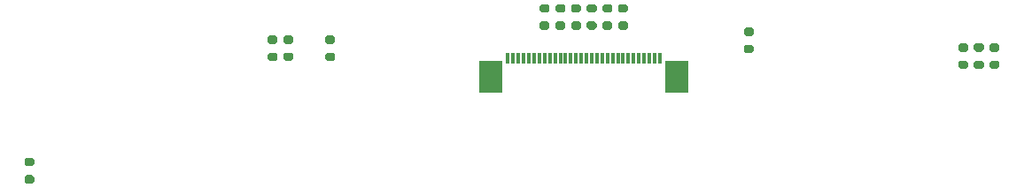
<source format=gbr>
%TF.GenerationSoftware,KiCad,Pcbnew,(5.1.7)-1*%
%TF.CreationDate,2021-05-03T22:05:59+02:00*%
%TF.ProjectId,KaszmirSensors,4b61737a-6d69-4725-9365-6e736f72732e,rev?*%
%TF.SameCoordinates,Original*%
%TF.FileFunction,Soldermask,Top*%
%TF.FilePolarity,Negative*%
%FSLAX46Y46*%
G04 Gerber Fmt 4.6, Leading zero omitted, Abs format (unit mm)*
G04 Created by KiCad (PCBNEW (5.1.7)-1) date 2021-05-03 22:05:59*
%MOMM*%
%LPD*%
G01*
G04 APERTURE LIST*
%ADD10R,0.300000X1.100000*%
%ADD11R,2.300000X3.100000*%
G04 APERTURE END LIST*
%TO.C,R15*%
G36*
G01*
X109775000Y-94075000D02*
X109225000Y-94075000D01*
G75*
G02*
X109025000Y-93875000I0J200000D01*
G01*
X109025000Y-93475000D01*
G75*
G02*
X109225000Y-93275000I200000J0D01*
G01*
X109775000Y-93275000D01*
G75*
G02*
X109975000Y-93475000I0J-200000D01*
G01*
X109975000Y-93875000D01*
G75*
G02*
X109775000Y-94075000I-200000J0D01*
G01*
G37*
G36*
G01*
X109775000Y-95725000D02*
X109225000Y-95725000D01*
G75*
G02*
X109025000Y-95525000I0J200000D01*
G01*
X109025000Y-95125000D01*
G75*
G02*
X109225000Y-94925000I200000J0D01*
G01*
X109775000Y-94925000D01*
G75*
G02*
X109975000Y-95125000I0J-200000D01*
G01*
X109975000Y-95525000D01*
G75*
G02*
X109775000Y-95725000I-200000J0D01*
G01*
G37*
%TD*%
%TO.C,R14*%
G36*
G01*
X111275000Y-94075000D02*
X110725000Y-94075000D01*
G75*
G02*
X110525000Y-93875000I0J200000D01*
G01*
X110525000Y-93475000D01*
G75*
G02*
X110725000Y-93275000I200000J0D01*
G01*
X111275000Y-93275000D01*
G75*
G02*
X111475000Y-93475000I0J-200000D01*
G01*
X111475000Y-93875000D01*
G75*
G02*
X111275000Y-94075000I-200000J0D01*
G01*
G37*
G36*
G01*
X111275000Y-95725000D02*
X110725000Y-95725000D01*
G75*
G02*
X110525000Y-95525000I0J200000D01*
G01*
X110525000Y-95125000D01*
G75*
G02*
X110725000Y-94925000I200000J0D01*
G01*
X111275000Y-94925000D01*
G75*
G02*
X111475000Y-95125000I0J-200000D01*
G01*
X111475000Y-95525000D01*
G75*
G02*
X111275000Y-95725000I-200000J0D01*
G01*
G37*
%TD*%
%TO.C,R13*%
G36*
G01*
X135225000Y-91925000D02*
X135775000Y-91925000D01*
G75*
G02*
X135975000Y-92125000I0J-200000D01*
G01*
X135975000Y-92525000D01*
G75*
G02*
X135775000Y-92725000I-200000J0D01*
G01*
X135225000Y-92725000D01*
G75*
G02*
X135025000Y-92525000I0J200000D01*
G01*
X135025000Y-92125000D01*
G75*
G02*
X135225000Y-91925000I200000J0D01*
G01*
G37*
G36*
G01*
X135225000Y-90275000D02*
X135775000Y-90275000D01*
G75*
G02*
X135975000Y-90475000I0J-200000D01*
G01*
X135975000Y-90875000D01*
G75*
G02*
X135775000Y-91075000I-200000J0D01*
G01*
X135225000Y-91075000D01*
G75*
G02*
X135025000Y-90875000I0J200000D01*
G01*
X135025000Y-90475000D01*
G75*
G02*
X135225000Y-90275000I200000J0D01*
G01*
G37*
%TD*%
%TO.C,R12*%
G36*
G01*
X136725000Y-91925000D02*
X137275000Y-91925000D01*
G75*
G02*
X137475000Y-92125000I0J-200000D01*
G01*
X137475000Y-92525000D01*
G75*
G02*
X137275000Y-92725000I-200000J0D01*
G01*
X136725000Y-92725000D01*
G75*
G02*
X136525000Y-92525000I0J200000D01*
G01*
X136525000Y-92125000D01*
G75*
G02*
X136725000Y-91925000I200000J0D01*
G01*
G37*
G36*
G01*
X136725000Y-90275000D02*
X137275000Y-90275000D01*
G75*
G02*
X137475000Y-90475000I0J-200000D01*
G01*
X137475000Y-90875000D01*
G75*
G02*
X137275000Y-91075000I-200000J0D01*
G01*
X136725000Y-91075000D01*
G75*
G02*
X136525000Y-90875000I0J200000D01*
G01*
X136525000Y-90475000D01*
G75*
G02*
X136725000Y-90275000I200000J0D01*
G01*
G37*
%TD*%
%TO.C,R11*%
G36*
G01*
X138225000Y-91925000D02*
X138775000Y-91925000D01*
G75*
G02*
X138975000Y-92125000I0J-200000D01*
G01*
X138975000Y-92525000D01*
G75*
G02*
X138775000Y-92725000I-200000J0D01*
G01*
X138225000Y-92725000D01*
G75*
G02*
X138025000Y-92525000I0J200000D01*
G01*
X138025000Y-92125000D01*
G75*
G02*
X138225000Y-91925000I200000J0D01*
G01*
G37*
G36*
G01*
X138225000Y-90275000D02*
X138775000Y-90275000D01*
G75*
G02*
X138975000Y-90475000I0J-200000D01*
G01*
X138975000Y-90875000D01*
G75*
G02*
X138775000Y-91075000I-200000J0D01*
G01*
X138225000Y-91075000D01*
G75*
G02*
X138025000Y-90875000I0J200000D01*
G01*
X138025000Y-90475000D01*
G75*
G02*
X138225000Y-90275000I200000J0D01*
G01*
G37*
%TD*%
%TO.C,R10*%
G36*
G01*
X139725000Y-91925000D02*
X140275000Y-91925000D01*
G75*
G02*
X140475000Y-92125000I0J-200000D01*
G01*
X140475000Y-92525000D01*
G75*
G02*
X140275000Y-92725000I-200000J0D01*
G01*
X139725000Y-92725000D01*
G75*
G02*
X139525000Y-92525000I0J200000D01*
G01*
X139525000Y-92125000D01*
G75*
G02*
X139725000Y-91925000I200000J0D01*
G01*
G37*
G36*
G01*
X139725000Y-90275000D02*
X140275000Y-90275000D01*
G75*
G02*
X140475000Y-90475000I0J-200000D01*
G01*
X140475000Y-90875000D01*
G75*
G02*
X140275000Y-91075000I-200000J0D01*
G01*
X139725000Y-91075000D01*
G75*
G02*
X139525000Y-90875000I0J200000D01*
G01*
X139525000Y-90475000D01*
G75*
G02*
X139725000Y-90275000I200000J0D01*
G01*
G37*
%TD*%
%TO.C,R9*%
G36*
G01*
X141225000Y-91925000D02*
X141775000Y-91925000D01*
G75*
G02*
X141975000Y-92125000I0J-200000D01*
G01*
X141975000Y-92525000D01*
G75*
G02*
X141775000Y-92725000I-200000J0D01*
G01*
X141225000Y-92725000D01*
G75*
G02*
X141025000Y-92525000I0J200000D01*
G01*
X141025000Y-92125000D01*
G75*
G02*
X141225000Y-91925000I200000J0D01*
G01*
G37*
G36*
G01*
X141225000Y-90275000D02*
X141775000Y-90275000D01*
G75*
G02*
X141975000Y-90475000I0J-200000D01*
G01*
X141975000Y-90875000D01*
G75*
G02*
X141775000Y-91075000I-200000J0D01*
G01*
X141225000Y-91075000D01*
G75*
G02*
X141025000Y-90875000I0J200000D01*
G01*
X141025000Y-90475000D01*
G75*
G02*
X141225000Y-90275000I200000J0D01*
G01*
G37*
%TD*%
%TO.C,R8*%
G36*
G01*
X142725000Y-91925000D02*
X143275000Y-91925000D01*
G75*
G02*
X143475000Y-92125000I0J-200000D01*
G01*
X143475000Y-92525000D01*
G75*
G02*
X143275000Y-92725000I-200000J0D01*
G01*
X142725000Y-92725000D01*
G75*
G02*
X142525000Y-92525000I0J200000D01*
G01*
X142525000Y-92125000D01*
G75*
G02*
X142725000Y-91925000I200000J0D01*
G01*
G37*
G36*
G01*
X142725000Y-90275000D02*
X143275000Y-90275000D01*
G75*
G02*
X143475000Y-90475000I0J-200000D01*
G01*
X143475000Y-90875000D01*
G75*
G02*
X143275000Y-91075000I-200000J0D01*
G01*
X142725000Y-91075000D01*
G75*
G02*
X142525000Y-90875000I0J200000D01*
G01*
X142525000Y-90475000D01*
G75*
G02*
X142725000Y-90275000I200000J0D01*
G01*
G37*
%TD*%
%TO.C,R7*%
G36*
G01*
X175775000Y-94825000D02*
X175225000Y-94825000D01*
G75*
G02*
X175025000Y-94625000I0J200000D01*
G01*
X175025000Y-94225000D01*
G75*
G02*
X175225000Y-94025000I200000J0D01*
G01*
X175775000Y-94025000D01*
G75*
G02*
X175975000Y-94225000I0J-200000D01*
G01*
X175975000Y-94625000D01*
G75*
G02*
X175775000Y-94825000I-200000J0D01*
G01*
G37*
G36*
G01*
X175775000Y-96475000D02*
X175225000Y-96475000D01*
G75*
G02*
X175025000Y-96275000I0J200000D01*
G01*
X175025000Y-95875000D01*
G75*
G02*
X175225000Y-95675000I200000J0D01*
G01*
X175775000Y-95675000D01*
G75*
G02*
X175975000Y-95875000I0J-200000D01*
G01*
X175975000Y-96275000D01*
G75*
G02*
X175775000Y-96475000I-200000J0D01*
G01*
G37*
%TD*%
%TO.C,R6*%
G36*
G01*
X178775000Y-94825000D02*
X178225000Y-94825000D01*
G75*
G02*
X178025000Y-94625000I0J200000D01*
G01*
X178025000Y-94225000D01*
G75*
G02*
X178225000Y-94025000I200000J0D01*
G01*
X178775000Y-94025000D01*
G75*
G02*
X178975000Y-94225000I0J-200000D01*
G01*
X178975000Y-94625000D01*
G75*
G02*
X178775000Y-94825000I-200000J0D01*
G01*
G37*
G36*
G01*
X178775000Y-96475000D02*
X178225000Y-96475000D01*
G75*
G02*
X178025000Y-96275000I0J200000D01*
G01*
X178025000Y-95875000D01*
G75*
G02*
X178225000Y-95675000I200000J0D01*
G01*
X178775000Y-95675000D01*
G75*
G02*
X178975000Y-95875000I0J-200000D01*
G01*
X178975000Y-96275000D01*
G75*
G02*
X178775000Y-96475000I-200000J0D01*
G01*
G37*
%TD*%
%TO.C,R5*%
G36*
G01*
X85975000Y-106675000D02*
X86525000Y-106675000D01*
G75*
G02*
X86725000Y-106875000I0J-200000D01*
G01*
X86725000Y-107275000D01*
G75*
G02*
X86525000Y-107475000I-200000J0D01*
G01*
X85975000Y-107475000D01*
G75*
G02*
X85775000Y-107275000I0J200000D01*
G01*
X85775000Y-106875000D01*
G75*
G02*
X85975000Y-106675000I200000J0D01*
G01*
G37*
G36*
G01*
X85975000Y-105025000D02*
X86525000Y-105025000D01*
G75*
G02*
X86725000Y-105225000I0J-200000D01*
G01*
X86725000Y-105625000D01*
G75*
G02*
X86525000Y-105825000I-200000J0D01*
G01*
X85975000Y-105825000D01*
G75*
G02*
X85775000Y-105625000I0J200000D01*
G01*
X85775000Y-105225000D01*
G75*
G02*
X85975000Y-105025000I200000J0D01*
G01*
G37*
%TD*%
%TO.C,R4*%
G36*
G01*
X114725000Y-94925000D02*
X115275000Y-94925000D01*
G75*
G02*
X115475000Y-95125000I0J-200000D01*
G01*
X115475000Y-95525000D01*
G75*
G02*
X115275000Y-95725000I-200000J0D01*
G01*
X114725000Y-95725000D01*
G75*
G02*
X114525000Y-95525000I0J200000D01*
G01*
X114525000Y-95125000D01*
G75*
G02*
X114725000Y-94925000I200000J0D01*
G01*
G37*
G36*
G01*
X114725000Y-93275000D02*
X115275000Y-93275000D01*
G75*
G02*
X115475000Y-93475000I0J-200000D01*
G01*
X115475000Y-93875000D01*
G75*
G02*
X115275000Y-94075000I-200000J0D01*
G01*
X114725000Y-94075000D01*
G75*
G02*
X114525000Y-93875000I0J200000D01*
G01*
X114525000Y-93475000D01*
G75*
G02*
X114725000Y-93275000I200000J0D01*
G01*
G37*
%TD*%
%TO.C,R2*%
G36*
G01*
X154725000Y-94175000D02*
X155275000Y-94175000D01*
G75*
G02*
X155475000Y-94375000I0J-200000D01*
G01*
X155475000Y-94775000D01*
G75*
G02*
X155275000Y-94975000I-200000J0D01*
G01*
X154725000Y-94975000D01*
G75*
G02*
X154525000Y-94775000I0J200000D01*
G01*
X154525000Y-94375000D01*
G75*
G02*
X154725000Y-94175000I200000J0D01*
G01*
G37*
G36*
G01*
X154725000Y-92525000D02*
X155275000Y-92525000D01*
G75*
G02*
X155475000Y-92725000I0J-200000D01*
G01*
X155475000Y-93125000D01*
G75*
G02*
X155275000Y-93325000I-200000J0D01*
G01*
X154725000Y-93325000D01*
G75*
G02*
X154525000Y-93125000I0J200000D01*
G01*
X154525000Y-92725000D01*
G75*
G02*
X154725000Y-92525000I200000J0D01*
G01*
G37*
%TD*%
%TO.C,R1*%
G36*
G01*
X176725000Y-95675000D02*
X177275000Y-95675000D01*
G75*
G02*
X177475000Y-95875000I0J-200000D01*
G01*
X177475000Y-96275000D01*
G75*
G02*
X177275000Y-96475000I-200000J0D01*
G01*
X176725000Y-96475000D01*
G75*
G02*
X176525000Y-96275000I0J200000D01*
G01*
X176525000Y-95875000D01*
G75*
G02*
X176725000Y-95675000I200000J0D01*
G01*
G37*
G36*
G01*
X176725000Y-94025000D02*
X177275000Y-94025000D01*
G75*
G02*
X177475000Y-94225000I0J-200000D01*
G01*
X177475000Y-94625000D01*
G75*
G02*
X177275000Y-94825000I-200000J0D01*
G01*
X176725000Y-94825000D01*
G75*
G02*
X176525000Y-94625000I0J200000D01*
G01*
X176525000Y-94225000D01*
G75*
G02*
X176725000Y-94025000I200000J0D01*
G01*
G37*
%TD*%
D10*
%TO.C,J1*%
X146500000Y-95500000D03*
X146000000Y-95500000D03*
X145500000Y-95500000D03*
X145000000Y-95500000D03*
X144500000Y-95500000D03*
X144000000Y-95500000D03*
X143500000Y-95500000D03*
X143000000Y-95500000D03*
X142500000Y-95500000D03*
X142000000Y-95500000D03*
X141500000Y-95500000D03*
X141000000Y-95500000D03*
X140500000Y-95500000D03*
X140000000Y-95500000D03*
X139500000Y-95500000D03*
X139000000Y-95500000D03*
X138500000Y-95500000D03*
X138000000Y-95500000D03*
X137500000Y-95500000D03*
X137000000Y-95500000D03*
X136500000Y-95500000D03*
X136000000Y-95500000D03*
X135500000Y-95500000D03*
X135000000Y-95500000D03*
D11*
X130330000Y-97200000D03*
X148170000Y-97200000D03*
D10*
X134500000Y-95500000D03*
X134000000Y-95500000D03*
X133500000Y-95500000D03*
X133000000Y-95500000D03*
X132500000Y-95500000D03*
X132000000Y-95500000D03*
%TD*%
M02*

</source>
